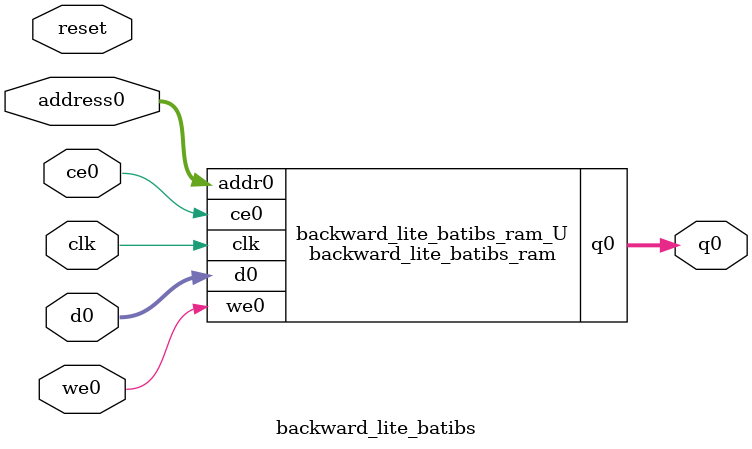
<source format=v>
`timescale 1 ns / 1 ps
module backward_lite_batibs_ram (addr0, ce0, d0, we0, q0,  clk);

parameter DWIDTH = 32;
parameter AWIDTH = 8;
parameter MEM_SIZE = 224;

input[AWIDTH-1:0] addr0;
input ce0;
input[DWIDTH-1:0] d0;
input we0;
output reg[DWIDTH-1:0] q0;
input clk;

(* ram_style = "block" *)reg [DWIDTH-1:0] ram[0:MEM_SIZE-1];




always @(posedge clk)  
begin 
    if (ce0) 
    begin
        if (we0) 
        begin 
            ram[addr0] <= d0; 
        end 
        q0 <= ram[addr0];
    end
end


endmodule

`timescale 1 ns / 1 ps
module backward_lite_batibs(
    reset,
    clk,
    address0,
    ce0,
    we0,
    d0,
    q0);

parameter DataWidth = 32'd32;
parameter AddressRange = 32'd224;
parameter AddressWidth = 32'd8;
input reset;
input clk;
input[AddressWidth - 1:0] address0;
input ce0;
input we0;
input[DataWidth - 1:0] d0;
output[DataWidth - 1:0] q0;



backward_lite_batibs_ram backward_lite_batibs_ram_U(
    .clk( clk ),
    .addr0( address0 ),
    .ce0( ce0 ),
    .we0( we0 ),
    .d0( d0 ),
    .q0( q0 ));

endmodule


</source>
